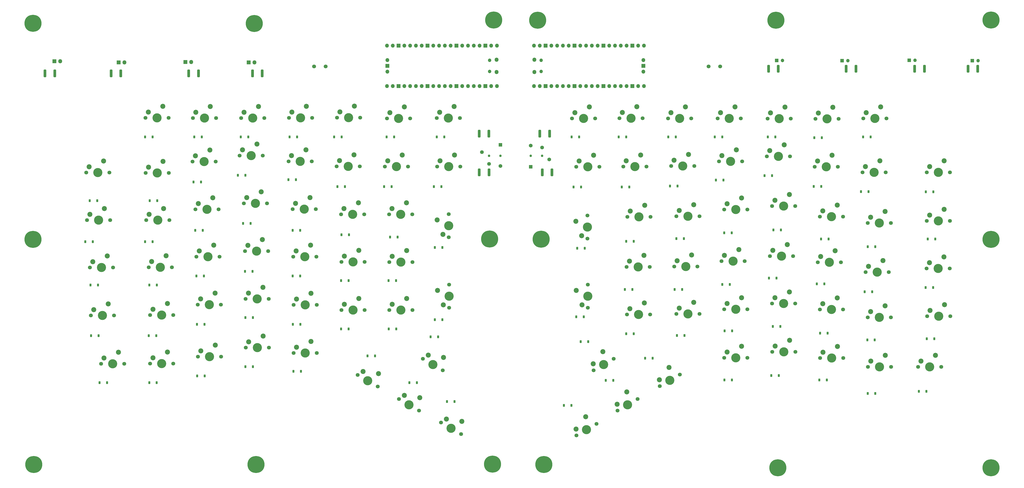
<source format=gbr>
%TF.GenerationSoftware,KiCad,Pcbnew,7.0.0-da2b9df05c~163~ubuntu22.04.1*%
%TF.CreationDate,2023-02-19T13:11:16+01:00*%
%TF.ProjectId,europe-ergo-smd,6575726f-7065-42d6-9572-676f2d736d64,rev?*%
%TF.SameCoordinates,Original*%
%TF.FileFunction,Soldermask,Top*%
%TF.FilePolarity,Negative*%
%FSLAX46Y46*%
G04 Gerber Fmt 4.6, Leading zero omitted, Abs format (unit mm)*
G04 Created by KiCad (PCBNEW 7.0.0-da2b9df05c~163~ubuntu22.04.1) date 2023-02-19 13:11:16*
%MOMM*%
%LPD*%
G01*
G04 APERTURE LIST*
G04 Aperture macros list*
%AMRoundRect*
0 Rectangle with rounded corners*
0 $1 Rounding radius*
0 $2 $3 $4 $5 $6 $7 $8 $9 X,Y pos of 4 corners*
0 Add a 4 corners polygon primitive as box body*
4,1,4,$2,$3,$4,$5,$6,$7,$8,$9,$2,$3,0*
0 Add four circle primitives for the rounded corners*
1,1,$1+$1,$2,$3*
1,1,$1+$1,$4,$5*
1,1,$1+$1,$6,$7*
1,1,$1+$1,$8,$9*
0 Add four rect primitives between the rounded corners*
20,1,$1+$1,$2,$3,$4,$5,0*
20,1,$1+$1,$4,$5,$6,$7,0*
20,1,$1+$1,$6,$7,$8,$9,0*
20,1,$1+$1,$8,$9,$2,$3,0*%
G04 Aperture macros list end*
%ADD10RoundRect,0.250000X-0.312500X-1.450000X0.312500X-1.450000X0.312500X1.450000X-0.312500X1.450000X0*%
%ADD11RoundRect,0.250000X0.312500X1.450000X-0.312500X1.450000X-0.312500X-1.450000X0.312500X-1.450000X0*%
%ADD12RoundRect,0.225000X-0.225000X-0.375000X0.225000X-0.375000X0.225000X0.375000X-0.225000X0.375000X0*%
%ADD13C,7.500000*%
%ADD14C,1.700000*%
%ADD15C,4.000000*%
%ADD16C,2.200000*%
%ADD17R,1.500000X1.500000*%
%ADD18O,1.500000X1.500000*%
%ADD19R,1.800000X1.800000*%
%ADD20O,1.800000X1.800000*%
%ADD21C,1.100000*%
%ADD22R,1.650000X1.650000*%
%ADD23C,1.650000*%
%ADD24O,1.700000X1.700000*%
%ADD25R,1.700000X1.700000*%
G04 APERTURE END LIST*
D10*
%TO.C,R12*%
X105782500Y-56000000D03*
X110057500Y-56000000D03*
%TD*%
%TO.C,R11*%
X296322500Y-82500000D03*
X300597500Y-82500000D03*
%TD*%
%TO.C,R10*%
X134782500Y-56000000D03*
X139057500Y-56000000D03*
%TD*%
%TO.C,R9*%
X296402500Y-99500000D03*
X300677500Y-99500000D03*
%TD*%
D11*
%TO.C,R8*%
X173137500Y-56000000D03*
X168862500Y-56000000D03*
%TD*%
%TO.C,R7*%
X201137500Y-56000000D03*
X196862500Y-56000000D03*
%TD*%
D10*
%TO.C,R6*%
X510872500Y-54000000D03*
X515147500Y-54000000D03*
%TD*%
D11*
%TO.C,R5*%
X327227500Y-82500000D03*
X322952500Y-82500000D03*
%TD*%
%TO.C,R4*%
X491767500Y-54000000D03*
X487492500Y-54000000D03*
%TD*%
%TO.C,R3*%
X328307500Y-99500000D03*
X324032500Y-99500000D03*
%TD*%
%TO.C,R2*%
X461687500Y-54000000D03*
X457412500Y-54000000D03*
%TD*%
D10*
%TO.C,R1*%
X423332500Y-54000000D03*
X427607500Y-54000000D03*
%TD*%
D12*
%TO.C,D102*%
X149730000Y-84000000D03*
X153030000Y-84000000D03*
%TD*%
%TO.C,D101*%
X123450000Y-130000000D03*
X126750000Y-130000000D03*
%TD*%
%TO.C,D100*%
X125460000Y-112000000D03*
X128760000Y-112000000D03*
%TD*%
%TO.C,D99*%
X126050000Y-171380000D03*
X129350000Y-171380000D03*
%TD*%
%TO.C,D98*%
X125760000Y-149100000D03*
X129060000Y-149100000D03*
%TD*%
%TO.C,D97*%
X129710000Y-192000000D03*
X133010000Y-192000000D03*
%TD*%
%TO.C,D96*%
X171350000Y-84000000D03*
X174650000Y-84000000D03*
%TD*%
%TO.C,D95*%
X151310000Y-171380000D03*
X154610000Y-171380000D03*
%TD*%
%TO.C,D94*%
X151570000Y-149100000D03*
X154870000Y-149100000D03*
%TD*%
%TO.C,D93*%
X149750000Y-130000000D03*
X153050000Y-130000000D03*
%TD*%
%TO.C,D92*%
X151730000Y-112000000D03*
X155030000Y-112000000D03*
%TD*%
%TO.C,D91*%
X151540000Y-192000000D03*
X154840000Y-192000000D03*
%TD*%
%TO.C,D90*%
X191750000Y-84000000D03*
X195050000Y-84000000D03*
%TD*%
%TO.C,D89*%
X172460000Y-166380000D03*
X175760000Y-166380000D03*
%TD*%
%TO.C,D88*%
X171760000Y-125000000D03*
X175060000Y-125000000D03*
%TD*%
%TO.C,D87*%
X170970000Y-103800000D03*
X174270000Y-103800000D03*
%TD*%
%TO.C,D86*%
X172550000Y-189000000D03*
X175850000Y-189000000D03*
%TD*%
%TO.C,D85*%
X172250000Y-145100000D03*
X175550000Y-145100000D03*
%TD*%
%TO.C,D84*%
X213150000Y-84000000D03*
X216450000Y-84000000D03*
%TD*%
%TO.C,D83*%
X193730000Y-185000000D03*
X197030000Y-185000000D03*
%TD*%
%TO.C,D82*%
X193770000Y-163380000D03*
X197070000Y-163380000D03*
%TD*%
%TO.C,D81*%
X193580000Y-143100000D03*
X196880000Y-143100000D03*
%TD*%
%TO.C,D80*%
X192700000Y-122000000D03*
X196000000Y-122000000D03*
%TD*%
%TO.C,D79*%
X190430000Y-100800000D03*
X193730000Y-100800000D03*
%TD*%
%TO.C,D78*%
X232730000Y-84000000D03*
X236030000Y-84000000D03*
%TD*%
%TO.C,D77*%
X214490000Y-125000000D03*
X217790000Y-125000000D03*
%TD*%
%TO.C,D76*%
X214850000Y-187000000D03*
X218150000Y-187000000D03*
%TD*%
%TO.C,D75*%
X214540000Y-166380000D03*
X217840000Y-166380000D03*
%TD*%
%TO.C,D74*%
X214460000Y-145100000D03*
X217760000Y-145100000D03*
%TD*%
%TO.C,D73*%
X212650000Y-102800000D03*
X215950000Y-102800000D03*
%TD*%
%TO.C,D72*%
X255730000Y-84000000D03*
X259030000Y-84000000D03*
%TD*%
%TO.C,D71*%
X235730000Y-168380000D03*
X239030000Y-168380000D03*
%TD*%
%TO.C,D70*%
X235740000Y-147100000D03*
X239040000Y-147100000D03*
%TD*%
%TO.C,D69*%
X235890000Y-127000000D03*
X239190000Y-127000000D03*
%TD*%
%TO.C,D68*%
X234150000Y-105800000D03*
X237450000Y-105800000D03*
%TD*%
%TO.C,D67*%
X247350000Y-180250000D03*
X250650000Y-180250000D03*
%TD*%
%TO.C,D66*%
X277730000Y-84000000D03*
X281030000Y-84000000D03*
%TD*%
%TO.C,D65*%
X256630000Y-168380000D03*
X259930000Y-168380000D03*
%TD*%
%TO.C,D64*%
X254630000Y-105800000D03*
X257930000Y-105800000D03*
%TD*%
%TO.C,D63*%
X256540000Y-147100000D03*
X259840000Y-147100000D03*
%TD*%
%TO.C,D62*%
X257270000Y-128000000D03*
X260570000Y-128000000D03*
%TD*%
%TO.C,D61*%
X265730000Y-192000000D03*
X269030000Y-192000000D03*
%TD*%
%TO.C,D60*%
X276430000Y-105800000D03*
X279730000Y-105800000D03*
%TD*%
%TO.C,D59*%
X276910000Y-132540000D03*
X280210000Y-132540000D03*
%TD*%
%TO.C,D58*%
X276870000Y-164280000D03*
X280170000Y-164280000D03*
%TD*%
%TO.C,D57*%
X275010000Y-171880000D03*
X278310000Y-171880000D03*
%TD*%
%TO.C,D56*%
X282239600Y-200284700D03*
X285539600Y-200284700D03*
%TD*%
%TO.C,D47*%
X333540000Y-202000000D03*
X336840000Y-202000000D03*
%TD*%
%TO.C,D46*%
X340910000Y-173970600D03*
X344210000Y-173970600D03*
%TD*%
%TO.C,D45*%
X338990000Y-163000000D03*
X342290000Y-163000000D03*
%TD*%
%TO.C,D44*%
X351900000Y-191000000D03*
X355200000Y-191000000D03*
%TD*%
%TO.C,D43*%
X339350000Y-132920000D03*
X342650000Y-132920000D03*
%TD*%
%TO.C,D42*%
X337760000Y-106005000D03*
X341060000Y-106005000D03*
%TD*%
%TO.C,D41*%
X360280000Y-151040000D03*
X363580000Y-151040000D03*
%TD*%
%TO.C,D40*%
X360900000Y-129840000D03*
X364200000Y-129840000D03*
%TD*%
%TO.C,D39*%
X360870000Y-170525000D03*
X364170000Y-170525000D03*
%TD*%
%TO.C,D38*%
X358910000Y-106005000D03*
X362210000Y-106005000D03*
%TD*%
%TO.C,D37*%
X336900000Y-84000000D03*
X340200000Y-84000000D03*
%TD*%
%TO.C,D36*%
X369210000Y-181240000D03*
X372510000Y-181240000D03*
%TD*%
%TO.C,D35*%
X383150000Y-171260000D03*
X386450000Y-171260000D03*
%TD*%
%TO.C,D34*%
X382150000Y-151040000D03*
X385450000Y-151040000D03*
%TD*%
%TO.C,D33*%
X382870000Y-128700000D03*
X386170000Y-128700000D03*
%TD*%
%TO.C,D32*%
X380110000Y-105565000D03*
X383410000Y-105565000D03*
%TD*%
%TO.C,D31*%
X357540000Y-84000000D03*
X360840000Y-84000000D03*
%TD*%
%TO.C,D30*%
X403970000Y-190840000D03*
X407270000Y-190840000D03*
%TD*%
%TO.C,D29*%
X404070000Y-169260000D03*
X407370000Y-169260000D03*
%TD*%
%TO.C,D28*%
X403060000Y-148840000D03*
X406360000Y-148840000D03*
%TD*%
%TO.C,D27*%
X400210000Y-102965000D03*
X403510000Y-102965000D03*
%TD*%
%TO.C,D26*%
X403870000Y-126100000D03*
X407170000Y-126100000D03*
%TD*%
%TO.C,D25*%
X379350000Y-84000000D03*
X382650000Y-84000000D03*
%TD*%
%TO.C,D24*%
X424520000Y-188840000D03*
X427820000Y-188840000D03*
%TD*%
%TO.C,D23*%
X425210000Y-167260000D03*
X428510000Y-167260000D03*
%TD*%
%TO.C,D22*%
X423550000Y-146040000D03*
X426850000Y-146040000D03*
%TD*%
%TO.C,D21*%
X425450000Y-124840000D03*
X428750000Y-124840000D03*
%TD*%
%TO.C,D20*%
X421610000Y-101005000D03*
X424910000Y-101005000D03*
%TD*%
%TO.C,D19*%
X399740000Y-84000000D03*
X403040000Y-84000000D03*
%TD*%
%TO.C,D18*%
X445640000Y-190840000D03*
X448940000Y-190840000D03*
%TD*%
%TO.C,D17*%
X444540000Y-148565000D03*
X447840000Y-148565000D03*
%TD*%
%TO.C,D16*%
X445970000Y-170260000D03*
X449270000Y-170260000D03*
%TD*%
%TO.C,D15*%
X446370000Y-128840000D03*
X449670000Y-128840000D03*
%TD*%
%TO.C,D14*%
X443210000Y-105740000D03*
X446510000Y-105740000D03*
%TD*%
%TO.C,D13*%
X423000000Y-84000000D03*
X426300000Y-84000000D03*
%TD*%
%TO.C,D12*%
X466840000Y-196700000D03*
X470140000Y-196700000D03*
%TD*%
%TO.C,D11*%
X466670000Y-173220000D03*
X469970000Y-173220000D03*
%TD*%
%TO.C,D10*%
X465540000Y-152040000D03*
X468840000Y-152040000D03*
%TD*%
%TO.C,D9*%
X466850000Y-132200000D03*
X470150000Y-132200000D03*
%TD*%
%TO.C,D8*%
X463910000Y-108005000D03*
X467210000Y-108005000D03*
%TD*%
%TO.C,D7*%
X443400000Y-84260000D03*
X446700000Y-84260000D03*
%TD*%
%TO.C,D6*%
X489320000Y-195840000D03*
X492620000Y-195840000D03*
%TD*%
%TO.C,D5*%
X492825000Y-172660000D03*
X496125000Y-172660000D03*
%TD*%
%TO.C,D4*%
X492295000Y-150205000D03*
X495595000Y-150205000D03*
%TD*%
%TO.C,D3*%
X493205000Y-128800000D03*
X496505000Y-128800000D03*
%TD*%
%TO.C,D2*%
X492395000Y-108065000D03*
X495695000Y-108065000D03*
%TD*%
%TO.C,D1*%
X464870000Y-84000000D03*
X468170000Y-84000000D03*
%TD*%
D13*
%TO.C,H15*%
X302750000Y-32600000D03*
%TD*%
D14*
%TO.C,SW43*%
X343900000Y-128700000D03*
D15*
X343900000Y-123620000D03*
D14*
X343900000Y-118540000D03*
D16*
X338820000Y-121080000D03*
X341360000Y-127430000D03*
%TD*%
D14*
%TO.C,SW89*%
X151880000Y-162280000D03*
D15*
X156960000Y-162280000D03*
D14*
X162040000Y-162280000D03*
D16*
X159500000Y-157200000D03*
X153150000Y-159740000D03*
%TD*%
D14*
%TO.C,SW3*%
X492775000Y-120880000D03*
D15*
X497855000Y-120880000D03*
D14*
X502935000Y-120880000D03*
D16*
X500395000Y-115800000D03*
X494045000Y-118340000D03*
%TD*%
D13*
%TO.C,H3*%
X521000000Y-32600000D03*
%TD*%
D17*
%TO.C,D51*%
X512729999Y-50439999D03*
D18*
X515269999Y-50439999D03*
%TD*%
D14*
%TO.C,SW21*%
X424920000Y-114380000D03*
D15*
X430000000Y-114380000D03*
D14*
X435080000Y-114380000D03*
D16*
X432540000Y-109300000D03*
X426190000Y-111840000D03*
%TD*%
D14*
%TO.C,SW28*%
X403920000Y-159700000D03*
D15*
X409000000Y-159700000D03*
D14*
X414080000Y-159700000D03*
D16*
X411540000Y-154620000D03*
X405190000Y-157160000D03*
%TD*%
D14*
%TO.C,SW80*%
X172920000Y-180600000D03*
D15*
X178000000Y-180600000D03*
D14*
X183080000Y-180600000D03*
D16*
X180540000Y-175520000D03*
X174190000Y-178060000D03*
%TD*%
D14*
%TO.C,SW5*%
X492675000Y-141800000D03*
D15*
X497755000Y-141800000D03*
D14*
X502835000Y-141800000D03*
D16*
X500295000Y-136720000D03*
X493945000Y-139260000D03*
%TD*%
D14*
%TO.C,SW9*%
X466920000Y-121840000D03*
D15*
X472000000Y-121840000D03*
D14*
X477080000Y-121840000D03*
D16*
X474540000Y-116760000D03*
X468190000Y-119300000D03*
%TD*%
D13*
%TO.C,H11*%
X100900000Y-228000000D03*
%TD*%
D14*
%TO.C,SW35*%
X375600586Y-193540009D03*
D15*
X379999995Y-191000009D03*
D14*
X384399405Y-188460009D03*
D16*
X379659700Y-185330600D03*
X375430439Y-190705305D03*
%TD*%
D14*
%TO.C,SW34*%
X382920000Y-161800000D03*
D15*
X388000000Y-161800000D03*
D14*
X393080000Y-161800000D03*
D16*
X390540000Y-156720000D03*
X384190000Y-159260000D03*
%TD*%
D13*
%TO.C,H9*%
X100500000Y-34000000D03*
%TD*%
D14*
%TO.C,SW53*%
X283000000Y-128080000D03*
D15*
X283000000Y-123000000D03*
D14*
X283000000Y-117920000D03*
D16*
X277920000Y-120460000D03*
X280460000Y-126810000D03*
%TD*%
D14*
%TO.C,SW11*%
X465920000Y-143380000D03*
D15*
X471000000Y-143380000D03*
D14*
X476080000Y-143380000D03*
D16*
X473540000Y-138300000D03*
X467190000Y-140840000D03*
%TD*%
D14*
%TO.C,SW7*%
X443920000Y-76000000D03*
D15*
X449000000Y-76000000D03*
D14*
X454080000Y-76000000D03*
D16*
X451540000Y-70920000D03*
X445190000Y-73460000D03*
%TD*%
D14*
%TO.C,SW58*%
X256840000Y-118000000D03*
D15*
X261920000Y-118000000D03*
D14*
X267000000Y-118000000D03*
D16*
X264460000Y-112920000D03*
X258110000Y-115460000D03*
%TD*%
D14*
%TO.C,SW76*%
X193060000Y-113200000D03*
D15*
X198140000Y-113200000D03*
D14*
X203220000Y-113200000D03*
D16*
X200680000Y-108120000D03*
X194330000Y-110660000D03*
%TD*%
D13*
%TO.C,H8*%
X427400000Y-229450000D03*
%TD*%
D14*
%TO.C,SW20*%
X422590000Y-92480000D03*
D15*
X427670000Y-92480000D03*
D14*
X432750000Y-92480000D03*
D16*
X430210000Y-87400000D03*
X423860000Y-89940000D03*
%TD*%
D14*
%TO.C,SW29*%
X402730000Y-138580000D03*
D15*
X407810000Y-138580000D03*
D14*
X412890000Y-138580000D03*
D16*
X410350000Y-133500000D03*
X404000000Y-136040000D03*
%TD*%
D14*
%TO.C,SW17*%
X444920000Y-139040000D03*
D15*
X450000000Y-139040000D03*
D14*
X455080000Y-139040000D03*
D16*
X452540000Y-133960000D03*
X446190000Y-136500000D03*
%TD*%
D14*
%TO.C,SW74*%
X193920000Y-176600000D03*
D15*
X199000000Y-176600000D03*
D14*
X204080000Y-176600000D03*
D16*
X201540000Y-171520000D03*
X195190000Y-174060000D03*
%TD*%
D13*
%TO.C,H1*%
X521000000Y-229450000D03*
%TD*%
D14*
%TO.C,SW66*%
X255920000Y-75800000D03*
D15*
X261000000Y-75800000D03*
D14*
X266080000Y-75800000D03*
D16*
X263540000Y-70720000D03*
X257190000Y-73260000D03*
%TD*%
D14*
%TO.C,SW85*%
X151350000Y-141300000D03*
D15*
X156430000Y-141300000D03*
D14*
X161510000Y-141300000D03*
D16*
X158970000Y-136220000D03*
X152620000Y-138760000D03*
%TD*%
D14*
%TO.C,SW15*%
X445920000Y-118980000D03*
D15*
X451000000Y-118980000D03*
D14*
X456080000Y-118980000D03*
D16*
X453540000Y-113900000D03*
X447190000Y-116440000D03*
%TD*%
D14*
%TO.C,SW6*%
X488990000Y-185080000D03*
D15*
X494070000Y-185080000D03*
D14*
X499150000Y-185080000D03*
D16*
X496610000Y-180000000D03*
X490260000Y-182540000D03*
%TD*%
D14*
%TO.C,SW27*%
X403920000Y-115840000D03*
D15*
X409000000Y-115840000D03*
D14*
X414080000Y-115840000D03*
D16*
X411540000Y-110760000D03*
X405190000Y-113300000D03*
%TD*%
D14*
%TO.C,SW88*%
X150220000Y-120500000D03*
D15*
X155300000Y-120500000D03*
D14*
X160380000Y-120500000D03*
D16*
X157840000Y-115420000D03*
X151490000Y-117960000D03*
%TD*%
D14*
%TO.C,SW62*%
X233820000Y-96900000D03*
D15*
X238900000Y-96900000D03*
D14*
X243980000Y-96900000D03*
D16*
X241440000Y-91820000D03*
X235090000Y-94360000D03*
%TD*%
D14*
%TO.C,SW87*%
X150000000Y-99800000D03*
D15*
X155080000Y-99800000D03*
D14*
X160160000Y-99800000D03*
D16*
X157620000Y-94720000D03*
X151270000Y-97260000D03*
%TD*%
D14*
%TO.C,SW4*%
X492975000Y-162800000D03*
D15*
X498055000Y-162800000D03*
D14*
X503135000Y-162800000D03*
D16*
X500595000Y-157720000D03*
X494245000Y-160260000D03*
%TD*%
D14*
%TO.C,SW93*%
X123920000Y-99600000D03*
D15*
X129000000Y-99600000D03*
D14*
X134080000Y-99600000D03*
D16*
X131540000Y-94520000D03*
X125190000Y-97060000D03*
%TD*%
D14*
%TO.C,SW90*%
X170720000Y-75700000D03*
D15*
X175800000Y-75700000D03*
D14*
X180880000Y-75700000D03*
D16*
X178340000Y-70620000D03*
X171990000Y-73160000D03*
%TD*%
D14*
%TO.C,SW39*%
X361350000Y-119080000D03*
D15*
X366430000Y-119080000D03*
D14*
X371510000Y-119080000D03*
D16*
X368970000Y-114000000D03*
X362620000Y-116540000D03*
%TD*%
D14*
%TO.C,SW31*%
X357920000Y-75740000D03*
D15*
X363000000Y-75740000D03*
D14*
X368080000Y-75740000D03*
D16*
X365540000Y-70660000D03*
X359190000Y-73200000D03*
%TD*%
D14*
%TO.C,SW81*%
X170540000Y-94800000D03*
D15*
X175620000Y-94800000D03*
D14*
X180700000Y-94800000D03*
D16*
X178160000Y-89720000D03*
X171810000Y-92260000D03*
%TD*%
D13*
%TO.C,H5*%
X322000000Y-32650000D03*
%TD*%
D14*
%TO.C,SW54*%
X283180000Y-159080000D03*
D15*
X283180000Y-154000000D03*
D14*
X283180000Y-148920000D03*
D16*
X278100000Y-151460000D03*
X280640000Y-157810000D03*
%TD*%
D14*
%TO.C,SW19*%
X401000000Y-75860000D03*
D15*
X406080000Y-75860000D03*
D14*
X411160000Y-75860000D03*
D16*
X408620000Y-70780000D03*
X402270000Y-73320000D03*
%TD*%
D14*
%TO.C,SW47*%
X339010586Y-215200009D03*
D15*
X343409995Y-212660009D03*
D14*
X347809405Y-210120009D03*
D16*
X343069700Y-206990600D03*
X338840439Y-212365305D03*
%TD*%
D17*
%TO.C,D49*%
X455614699Y-50439999D03*
D18*
X458154699Y-50439999D03*
%TD*%
D14*
%TO.C,SW18*%
X445990000Y-181180000D03*
D15*
X451070000Y-181180000D03*
D14*
X456150000Y-181180000D03*
D16*
X453610000Y-176100000D03*
X447260000Y-178640000D03*
%TD*%
D14*
%TO.C,SW96*%
X149920000Y-75600000D03*
D15*
X155000000Y-75600000D03*
D14*
X160080000Y-75600000D03*
D16*
X157540000Y-70520000D03*
X151190000Y-73060000D03*
%TD*%
D13*
%TO.C,H4*%
X426550000Y-32650000D03*
%TD*%
D14*
%TO.C,SW67*%
X214760000Y-136600000D03*
D15*
X219840000Y-136600000D03*
D14*
X224920000Y-136600000D03*
D16*
X222380000Y-131520000D03*
X216030000Y-134060000D03*
%TD*%
D14*
%TO.C,SW41*%
X361050000Y-141080000D03*
D15*
X366130000Y-141080000D03*
D14*
X371210000Y-141080000D03*
D16*
X368670000Y-136000000D03*
X362320000Y-138540000D03*
%TD*%
D14*
%TO.C,SW46*%
X346600586Y-186540009D03*
D15*
X350999995Y-184000009D03*
D14*
X355399405Y-181460009D03*
D16*
X350659700Y-178330600D03*
X346430439Y-183705305D03*
%TD*%
D14*
%TO.C,SW16*%
X445920000Y-159800000D03*
D15*
X451000000Y-159800000D03*
D14*
X456080000Y-159800000D03*
D16*
X453540000Y-154720000D03*
X447190000Y-157260000D03*
%TD*%
D14*
%TO.C,SW22*%
X424920000Y-157220000D03*
D15*
X430000000Y-157220000D03*
D14*
X435080000Y-157220000D03*
D16*
X432540000Y-152140000D03*
X426190000Y-154680000D03*
%TD*%
D14*
%TO.C,SW26*%
X401590000Y-94740000D03*
D15*
X406670000Y-94740000D03*
D14*
X411750000Y-94740000D03*
D16*
X409210000Y-89660000D03*
X402860000Y-92200000D03*
%TD*%
D19*
%TO.C,D54*%
X138099999Y-51199999D03*
D20*
X140639999Y-51199999D03*
%TD*%
D14*
%TO.C,SW12*%
X466990000Y-185080000D03*
D15*
X472070000Y-185080000D03*
D14*
X477150000Y-185080000D03*
D16*
X474610000Y-180000000D03*
X468260000Y-182540000D03*
%TD*%
D14*
%TO.C,SW84*%
X191920000Y-75700000D03*
D15*
X197000000Y-75700000D03*
D14*
X202080000Y-75700000D03*
D16*
X199540000Y-70620000D03*
X193190000Y-73160000D03*
%TD*%
D14*
%TO.C,SW60*%
X277720000Y-75700000D03*
D15*
X282800000Y-75700000D03*
D14*
X287880000Y-75700000D03*
D16*
X285340000Y-70620000D03*
X278990000Y-73160000D03*
%TD*%
D14*
%TO.C,SW56*%
X256920000Y-139000000D03*
D15*
X262000000Y-139000000D03*
D14*
X267080000Y-139000000D03*
D16*
X264540000Y-133920000D03*
X258190000Y-136460000D03*
%TD*%
D14*
%TO.C,SW36*%
X381920000Y-140980000D03*
D15*
X387000000Y-140980000D03*
D14*
X392080000Y-140980000D03*
D16*
X389540000Y-135900000D03*
X383190000Y-138440000D03*
%TD*%
D13*
%TO.C,H16*%
X302200000Y-227800000D03*
%TD*%
%TO.C,H13*%
X300900000Y-128800000D03*
%TD*%
%TO.C,H12*%
X100500000Y-129000000D03*
%TD*%
%TO.C,H2*%
X521000000Y-129000000D03*
%TD*%
D14*
%TO.C,SW1*%
X464920000Y-75840000D03*
D15*
X470000000Y-75840000D03*
D14*
X475080000Y-75840000D03*
D16*
X472540000Y-70760000D03*
X466190000Y-73300000D03*
%TD*%
D14*
%TO.C,SW73*%
X193560000Y-134200000D03*
D15*
X198640000Y-134200000D03*
D14*
X203720000Y-134200000D03*
D16*
X201180000Y-129120000D03*
X194830000Y-131660000D03*
%TD*%
D17*
%TO.C,D48*%
X426914699Y-50339999D03*
D18*
X429454699Y-50339999D03*
%TD*%
D14*
%TO.C,SW51*%
X271600586Y-181460009D03*
D15*
X275999995Y-184000009D03*
D14*
X280399405Y-186540009D03*
D16*
X280739700Y-180870600D03*
X273970439Y-179895305D03*
%TD*%
D14*
%TO.C,SW71*%
X214920000Y-157780000D03*
D15*
X220000000Y-157780000D03*
D14*
X225080000Y-157780000D03*
D16*
X222540000Y-152700000D03*
X216190000Y-155240000D03*
%TD*%
D14*
%TO.C,SW91*%
X125510000Y-141400000D03*
D15*
X130590000Y-141400000D03*
D14*
X135670000Y-141400000D03*
D16*
X133130000Y-136320000D03*
X126780000Y-138860000D03*
%TD*%
D14*
%TO.C,SW69*%
X212720000Y-94700000D03*
D15*
X217800000Y-94700000D03*
D14*
X222880000Y-94700000D03*
D16*
X220340000Y-89620000D03*
X213990000Y-92160000D03*
%TD*%
D14*
%TO.C,SW86*%
X151920000Y-183580000D03*
D15*
X157000000Y-183580000D03*
D14*
X162080000Y-183580000D03*
D16*
X159540000Y-178500000D03*
X153190000Y-181040000D03*
%TD*%
D13*
%TO.C,H7*%
X324750000Y-228000000D03*
%TD*%
D14*
%TO.C,SW32*%
X380590000Y-96740000D03*
D15*
X385670000Y-96740000D03*
D14*
X390750000Y-96740000D03*
D16*
X388210000Y-91660000D03*
X381860000Y-94200000D03*
%TD*%
D19*
%TO.C,D55*%
X109899999Y-50699999D03*
D20*
X112439999Y-50699999D03*
%TD*%
D14*
%TO.C,SW2*%
X492775000Y-99540000D03*
D15*
X497855000Y-99540000D03*
D14*
X502935000Y-99540000D03*
D16*
X500395000Y-94460000D03*
X494045000Y-97000000D03*
%TD*%
D14*
%TO.C,SW10*%
X466920000Y-163260000D03*
D15*
X472000000Y-163260000D03*
D14*
X477080000Y-163260000D03*
D16*
X474540000Y-158180000D03*
X468190000Y-160720000D03*
%TD*%
D14*
%TO.C,SW77*%
X193840000Y-155180000D03*
D15*
X198920000Y-155180000D03*
D14*
X204000000Y-155180000D03*
D16*
X201460000Y-150100000D03*
X195110000Y-152640000D03*
%TD*%
D14*
%TO.C,SW95*%
X125920000Y-162480000D03*
D15*
X131000000Y-162480000D03*
D14*
X136080000Y-162480000D03*
D16*
X133540000Y-157400000D03*
X127190000Y-159940000D03*
%TD*%
D14*
%TO.C,SW45*%
X357070586Y-204300009D03*
D15*
X361469995Y-201760009D03*
D14*
X365869405Y-199220009D03*
D16*
X361129700Y-196090600D03*
X356900439Y-201465305D03*
%TD*%
D14*
%TO.C,SW30*%
X403920000Y-181080000D03*
D15*
X409000000Y-181080000D03*
D14*
X414080000Y-181080000D03*
D16*
X411540000Y-176000000D03*
X405190000Y-178540000D03*
%TD*%
D14*
%TO.C,SW55*%
X261140586Y-199180009D03*
D15*
X265539995Y-201720009D03*
D14*
X269939405Y-204260009D03*
D16*
X270279700Y-198590600D03*
X263510439Y-197615305D03*
%TD*%
D14*
%TO.C,SW78*%
X212920000Y-75600000D03*
D15*
X218000000Y-75600000D03*
D14*
X223080000Y-75600000D03*
D16*
X220540000Y-70520000D03*
X214190000Y-73060000D03*
%TD*%
D14*
%TO.C,SW70*%
X214460000Y-115700000D03*
D15*
X219540000Y-115700000D03*
D14*
X224620000Y-115700000D03*
D16*
X222080000Y-110620000D03*
X215730000Y-113160000D03*
%TD*%
D14*
%TO.C,SW94*%
X124240000Y-120500000D03*
D15*
X129320000Y-120500000D03*
D14*
X134400000Y-120500000D03*
D16*
X131860000Y-115420000D03*
X125510000Y-117960000D03*
%TD*%
D14*
%TO.C,SW79*%
X172250000Y-136600000D03*
D15*
X177330000Y-136600000D03*
D14*
X182410000Y-136600000D03*
D16*
X179870000Y-131520000D03*
X173520000Y-134060000D03*
%TD*%
D14*
%TO.C,SW72*%
X233920000Y-75500000D03*
D15*
X239000000Y-75500000D03*
D14*
X244080000Y-75500000D03*
D16*
X241540000Y-70420000D03*
X235190000Y-72960000D03*
%TD*%
D14*
%TO.C,SW13*%
X422920000Y-75940000D03*
D15*
X428000000Y-75940000D03*
D14*
X433080000Y-75940000D03*
D16*
X430540000Y-70860000D03*
X424190000Y-73400000D03*
%TD*%
D13*
%TO.C,H14*%
X198400000Y-228000000D03*
%TD*%
D14*
%TO.C,SW8*%
X464590000Y-99580000D03*
D15*
X469670000Y-99580000D03*
D14*
X474750000Y-99580000D03*
D16*
X472210000Y-94500000D03*
X465860000Y-97040000D03*
%TD*%
D13*
%TO.C,H6*%
X323550000Y-128900000D03*
%TD*%
D14*
%TO.C,SW33*%
X382920000Y-118840000D03*
D15*
X388000000Y-118840000D03*
D14*
X393080000Y-118840000D03*
D16*
X390540000Y-113760000D03*
X384190000Y-116300000D03*
%TD*%
D14*
%TO.C,SW68*%
X214920000Y-179000000D03*
D15*
X220000000Y-179000000D03*
D14*
X225080000Y-179000000D03*
D16*
X222540000Y-173920000D03*
X216190000Y-176460000D03*
%TD*%
D19*
%TO.C,D52*%
X195199999Y-51199999D03*
D20*
X197739999Y-51199999D03*
%TD*%
D14*
%TO.C,SW37*%
X337050000Y-75840000D03*
D15*
X342130000Y-75840000D03*
D14*
X347210000Y-75840000D03*
D16*
X344670000Y-70760000D03*
X338320000Y-73300000D03*
%TD*%
D14*
%TO.C,SW25*%
X379260000Y-75840000D03*
D15*
X384340000Y-75840000D03*
D14*
X389420000Y-75840000D03*
D16*
X386880000Y-70760000D03*
X380530000Y-73300000D03*
%TD*%
D14*
%TO.C,SW64*%
X235920000Y-160080000D03*
D15*
X241000000Y-160080000D03*
D14*
X246080000Y-160080000D03*
D16*
X243540000Y-155000000D03*
X237190000Y-157540000D03*
%TD*%
D14*
%TO.C,SW38*%
X359590000Y-96980000D03*
D15*
X364670000Y-96980000D03*
D14*
X369750000Y-96980000D03*
D16*
X367210000Y-91900000D03*
X360860000Y-94440000D03*
%TD*%
D14*
%TO.C,SW52*%
X277920000Y-97000000D03*
D15*
X283000000Y-97000000D03*
D14*
X288080000Y-97000000D03*
D16*
X285540000Y-91920000D03*
X279190000Y-94460000D03*
%TD*%
D14*
%TO.C,SW63*%
X235760000Y-118000000D03*
D15*
X240840000Y-118000000D03*
D14*
X245920000Y-118000000D03*
D16*
X243380000Y-112920000D03*
X237030000Y-115460000D03*
%TD*%
D14*
%TO.C,SW82*%
X171840000Y-115800000D03*
D15*
X176920000Y-115800000D03*
D14*
X182000000Y-115800000D03*
D16*
X179460000Y-110720000D03*
X173110000Y-113260000D03*
%TD*%
D14*
%TO.C,SW92*%
X130380000Y-183680000D03*
D15*
X135460000Y-183680000D03*
D14*
X140540000Y-183680000D03*
D16*
X138000000Y-178600000D03*
X131650000Y-181140000D03*
%TD*%
D13*
%TO.C,H10*%
X197600000Y-34100000D03*
%TD*%
D14*
%TO.C,SW75*%
X191220000Y-92200000D03*
D15*
X196300000Y-92200000D03*
D14*
X201380000Y-92200000D03*
D16*
X198840000Y-87120000D03*
X192490000Y-89660000D03*
%TD*%
D14*
%TO.C,SW50*%
X279630186Y-209564709D03*
D15*
X284029595Y-212104709D03*
D14*
X288429005Y-214644709D03*
D16*
X288769300Y-208975300D03*
X282000039Y-208000005D03*
%TD*%
D14*
%TO.C,SW65*%
X243060586Y-188630009D03*
D15*
X247459995Y-191170009D03*
D14*
X251859405Y-193710009D03*
D16*
X252199700Y-188040600D03*
X245430439Y-187065305D03*
%TD*%
D14*
%TO.C,SW57*%
X254920000Y-97000000D03*
D15*
X260000000Y-97000000D03*
D14*
X265080000Y-97000000D03*
D16*
X262540000Y-91920000D03*
X256190000Y-94460000D03*
%TD*%
D14*
%TO.C,SW44*%
X344000000Y-159080000D03*
D15*
X344000000Y-154000000D03*
D14*
X344000000Y-148920000D03*
D16*
X338920000Y-151460000D03*
X341460000Y-157810000D03*
%TD*%
D14*
%TO.C,SW61*%
X235940000Y-138900000D03*
D15*
X241020000Y-138900000D03*
D14*
X246100000Y-138900000D03*
D16*
X243560000Y-133820000D03*
X237210000Y-136360000D03*
%TD*%
D14*
%TO.C,SW59*%
X256920000Y-160080000D03*
D15*
X262000000Y-160080000D03*
D14*
X267080000Y-160080000D03*
D16*
X264540000Y-155000000D03*
X258190000Y-157540000D03*
%TD*%
D14*
%TO.C,SW40*%
X361250000Y-162000000D03*
D15*
X366330000Y-162000000D03*
D14*
X371410000Y-162000000D03*
D16*
X368870000Y-156920000D03*
X362520000Y-159460000D03*
%TD*%
D14*
%TO.C,SW24*%
X424990000Y-178480000D03*
D15*
X430070000Y-178480000D03*
D14*
X435150000Y-178480000D03*
D16*
X432610000Y-173400000D03*
X426260000Y-175940000D03*
%TD*%
D14*
%TO.C,SW83*%
X172840000Y-157680000D03*
D15*
X177920000Y-157680000D03*
D14*
X183000000Y-157680000D03*
D16*
X180460000Y-152600000D03*
X174110000Y-155140000D03*
%TD*%
D19*
%TO.C,D53*%
X167399999Y-50999999D03*
D20*
X169939999Y-50999999D03*
%TD*%
D14*
%TO.C,SW14*%
X443590000Y-97080000D03*
D15*
X448670000Y-97080000D03*
D14*
X453750000Y-97080000D03*
D16*
X451210000Y-92000000D03*
X444860000Y-94540000D03*
%TD*%
D17*
%TO.C,D50*%
X485114699Y-50239999D03*
D18*
X487654699Y-50239999D03*
%TD*%
D14*
%TO.C,SW23*%
X423920000Y-136380000D03*
D15*
X429000000Y-136380000D03*
D14*
X434080000Y-136380000D03*
D16*
X431540000Y-131300000D03*
X425190000Y-133840000D03*
%TD*%
D14*
%TO.C,SW42*%
X338920000Y-97080000D03*
D15*
X344000000Y-97080000D03*
D14*
X349080000Y-97080000D03*
D16*
X346540000Y-92000000D03*
X340190000Y-94540000D03*
%TD*%
D14*
%TO.C,SW48*%
X397010000Y-53000000D03*
X402090000Y-53000000D03*
%TD*%
D21*
%TO.C,J1*%
X318975000Y-92250000D03*
X323975000Y-92250000D03*
D22*
X318974999Y-97049999D03*
D23*
X323975000Y-88650000D03*
X327075000Y-93850000D03*
X318975000Y-87750000D03*
%TD*%
D20*
%TO.C,U2*%
X303999999Y-55449999D03*
D18*
X300969999Y-55149999D03*
X300969999Y-50299999D03*
D20*
X303999999Y-49999999D03*
D24*
X304129999Y-61614999D03*
X301589999Y-61614999D03*
D25*
X299049999Y-61614999D03*
D24*
X296509999Y-61614999D03*
X293969999Y-61614999D03*
X291429999Y-61614999D03*
X288889999Y-61614999D03*
D25*
X286349999Y-61614999D03*
D24*
X283809999Y-61614999D03*
X281269999Y-61614999D03*
X278729999Y-61614999D03*
X276189999Y-61614999D03*
D25*
X273649999Y-61614999D03*
D24*
X271109999Y-61614999D03*
X268569999Y-61614999D03*
X266029999Y-61614999D03*
X263489999Y-61614999D03*
D25*
X260949999Y-61614999D03*
D24*
X258409999Y-61614999D03*
X255869999Y-61614999D03*
X255869999Y-43834999D03*
X258409999Y-43834999D03*
D25*
X260949999Y-43834999D03*
D24*
X263489999Y-43834999D03*
X266029999Y-43834999D03*
X268569999Y-43834999D03*
X271109999Y-43834999D03*
D25*
X273649999Y-43834999D03*
D24*
X276189999Y-43834999D03*
X278729999Y-43834999D03*
X281269999Y-43834999D03*
X283809999Y-43834999D03*
D25*
X286349999Y-43834999D03*
D24*
X288889999Y-43834999D03*
X291429999Y-43834999D03*
X293969999Y-43834999D03*
X296509999Y-43834999D03*
D25*
X299049999Y-43834999D03*
D24*
X301589999Y-43834999D03*
X304129999Y-43834999D03*
X256099999Y-55264999D03*
D25*
X256099999Y-52724999D03*
D24*
X256099999Y-50184999D03*
%TD*%
D20*
%TO.C,U1*%
X320549999Y-49999999D03*
D18*
X323579999Y-50299999D03*
X323579999Y-55149999D03*
D20*
X320549999Y-55449999D03*
D24*
X320419999Y-43834999D03*
X322959999Y-43834999D03*
D25*
X325499999Y-43834999D03*
D24*
X328039999Y-43834999D03*
X330579999Y-43834999D03*
X333119999Y-43834999D03*
X335659999Y-43834999D03*
D25*
X338199999Y-43834999D03*
D24*
X340739999Y-43834999D03*
X343279999Y-43834999D03*
X345819999Y-43834999D03*
X348359999Y-43834999D03*
D25*
X350899999Y-43834999D03*
D24*
X353439999Y-43834999D03*
X355979999Y-43834999D03*
X358519999Y-43834999D03*
X361059999Y-43834999D03*
D25*
X363599999Y-43834999D03*
D24*
X366139999Y-43834999D03*
X368679999Y-43834999D03*
X368679999Y-61614999D03*
X366139999Y-61614999D03*
D25*
X363599999Y-61614999D03*
D24*
X361059999Y-61614999D03*
X358519999Y-61614999D03*
X355979999Y-61614999D03*
X353439999Y-61614999D03*
D25*
X350899999Y-61614999D03*
D24*
X348359999Y-61614999D03*
X345819999Y-61614999D03*
X343279999Y-61614999D03*
X340739999Y-61614999D03*
D25*
X338199999Y-61614999D03*
D24*
X335659999Y-61614999D03*
X333119999Y-61614999D03*
X330579999Y-61614999D03*
X328039999Y-61614999D03*
D25*
X325499999Y-61614999D03*
D24*
X322959999Y-61614999D03*
X320419999Y-61614999D03*
X368449999Y-50184999D03*
D25*
X368449999Y-52724999D03*
D24*
X368449999Y-55264999D03*
%TD*%
D14*
%TO.C,SW49*%
X229000000Y-53000000D03*
X223920000Y-53000000D03*
%TD*%
D21*
%TO.C,J2*%
X305670000Y-92230000D03*
X300670000Y-92230000D03*
D22*
X305669999Y-87429999D03*
D23*
X300670000Y-95830000D03*
X297570000Y-90630000D03*
X305670000Y-96730000D03*
%TD*%
M02*

</source>
